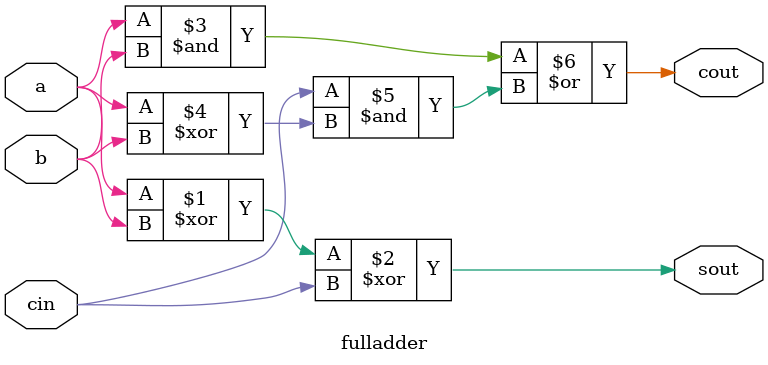
<source format=v>
`timescale 1ns / 1ps


module fulladder(
input a,b,cin, 
output sout,cout 
); 
assign sout=a^b^cin; 
assign cout=(a&b)| cin&(a^b);
    
endmodule

</source>
